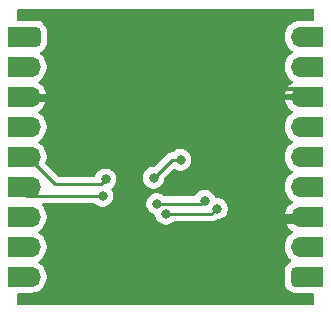
<source format=gbl>
G04 #@! TF.GenerationSoftware,KiCad,Pcbnew,9.0.4*
G04 #@! TF.CreationDate,2025-11-10T08:14:31+01:00*
G04 #@! TF.ProjectId,CodecModule,436f6465-634d-46f6-9475-6c652e6b6963,rev?*
G04 #@! TF.SameCoordinates,Original*
G04 #@! TF.FileFunction,Copper,L2,Bot*
G04 #@! TF.FilePolarity,Positive*
%FSLAX46Y46*%
G04 Gerber Fmt 4.6, Leading zero omitted, Abs format (unit mm)*
G04 Created by KiCad (PCBNEW 9.0.4) date 2025-11-10 08:14:31*
%MOMM*%
%LPD*%
G01*
G04 APERTURE LIST*
G04 Aperture macros list*
%AMRoundRect*
0 Rectangle with rounded corners*
0 $1 Rounding radius*
0 $2 $3 $4 $5 $6 $7 $8 $9 X,Y pos of 4 corners*
0 Add a 4 corners polygon primitive as box body*
4,1,4,$2,$3,$4,$5,$6,$7,$8,$9,$2,$3,0*
0 Add four circle primitives for the rounded corners*
1,1,$1+$1,$2,$3*
1,1,$1+$1,$4,$5*
1,1,$1+$1,$6,$7*
1,1,$1+$1,$8,$9*
0 Add four rect primitives between the rounded corners*
20,1,$1+$1,$2,$3,$4,$5,0*
20,1,$1+$1,$4,$5,$6,$7,0*
20,1,$1+$1,$6,$7,$8,$9,0*
20,1,$1+$1,$8,$9,$2,$3,0*%
G04 Aperture macros list end*
G04 #@! TA.AperFunction,ComponentPad*
%ADD10R,1.700000X1.700000*%
G04 #@! TD*
G04 #@! TA.AperFunction,ComponentPad*
%ADD11RoundRect,0.425000X-0.425000X-0.425000X0.425000X-0.425000X0.425000X0.425000X-0.425000X0.425000X0*%
G04 #@! TD*
G04 #@! TA.AperFunction,ComponentPad*
%ADD12O,1.700000X1.700000*%
G04 #@! TD*
G04 #@! TA.AperFunction,ComponentPad*
%ADD13RoundRect,0.425000X0.425000X0.425000X-0.425000X0.425000X-0.425000X-0.425000X0.425000X-0.425000X0*%
G04 #@! TD*
G04 #@! TA.AperFunction,ViaPad*
%ADD14C,0.800000*%
G04 #@! TD*
G04 #@! TA.AperFunction,Conductor*
%ADD15C,0.350000*%
G04 #@! TD*
G04 #@! TA.AperFunction,Conductor*
%ADD16C,0.250000*%
G04 #@! TD*
G04 APERTURE END LIST*
D10*
X25600000Y-27940000D03*
D11*
X26670000Y-27940000D03*
D10*
X25600000Y-30480000D03*
D12*
X26670000Y-30480000D03*
D10*
X25600000Y-33020000D03*
D12*
X26670000Y-33020000D03*
D10*
X25600000Y-35560000D03*
D12*
X26670000Y-35560000D03*
D10*
X25600000Y-38100000D03*
D12*
X26670000Y-38100000D03*
D10*
X25600000Y-40640000D03*
D12*
X26670000Y-40640000D03*
D10*
X25600000Y-43180000D03*
D12*
X26670000Y-43180000D03*
D10*
X25600000Y-45720000D03*
D12*
X26670000Y-45720000D03*
D10*
X25600000Y-48260000D03*
D12*
X26670000Y-48260000D03*
D10*
X50600000Y-48260000D03*
D13*
X49530000Y-48260000D03*
D10*
X50600000Y-45720000D03*
D12*
X49530000Y-45720000D03*
D10*
X50600000Y-43180000D03*
D12*
X49530000Y-43180000D03*
D10*
X50600000Y-40640000D03*
D12*
X49530000Y-40640000D03*
D10*
X50600000Y-38100000D03*
D12*
X49530000Y-38100000D03*
D10*
X50600000Y-35560000D03*
D12*
X49530000Y-35560000D03*
D10*
X50600000Y-33020000D03*
D12*
X49530000Y-33020000D03*
D10*
X50600000Y-30480000D03*
D12*
X49530000Y-30480000D03*
D10*
X50600000Y-27940000D03*
D12*
X49530000Y-27940000D03*
D14*
X45974000Y-39497000D03*
X42417997Y-48895003D03*
X31750000Y-48895000D03*
X32258000Y-47244000D03*
X29845000Y-33020000D03*
X33020000Y-38735000D03*
X30480000Y-39279990D03*
X39116000Y-48895000D03*
X37103498Y-48356773D03*
X33867870Y-48394373D03*
X47153990Y-32381726D03*
X28579660Y-47239340D03*
X42454990Y-42497014D03*
X38136992Y-42926000D03*
X37379505Y-42083205D03*
X41404869Y-41801980D03*
X32766000Y-41402000D03*
X33020000Y-40005000D03*
X37084000Y-39878000D03*
X39370000Y-38354000D03*
D15*
X47840000Y-43522000D02*
X47958000Y-43640000D01*
X47958000Y-43640000D02*
X50274990Y-43640000D01*
X47840000Y-41184000D02*
X47840000Y-43522000D01*
X28989315Y-33310000D02*
X25925010Y-33310000D01*
X50274990Y-33401000D02*
X49255716Y-32381726D01*
X47719675Y-32381726D02*
X47153990Y-32381726D01*
X49255716Y-32381726D02*
X47719675Y-32381726D01*
X29845000Y-33020000D02*
X29279315Y-33020000D01*
X29279315Y-33020000D02*
X28989315Y-33310000D01*
D16*
X42054991Y-42897013D02*
X42454990Y-42497014D01*
X38136992Y-42926000D02*
X42026004Y-42926000D01*
X42026004Y-42926000D02*
X42054991Y-42897013D01*
X41123644Y-42083205D02*
X41404869Y-41801980D01*
X37379505Y-42083205D02*
X41123644Y-42083205D01*
X32766000Y-41402000D02*
X26347010Y-41402000D01*
X26347010Y-41402000D02*
X25875010Y-40930000D01*
X33020000Y-40005000D02*
X32620001Y-40404999D01*
X26416000Y-38100000D02*
X25875010Y-38100000D01*
X32620001Y-40404999D02*
X28720999Y-40404999D01*
X28720999Y-40404999D02*
X26416000Y-38100000D01*
X38804315Y-38354000D02*
X39370000Y-38354000D01*
X37084000Y-39878000D02*
X38608000Y-38354000D01*
X38608000Y-38354000D02*
X38804315Y-38354000D01*
G04 #@! TA.AperFunction,Conductor*
G36*
X50591621Y-25570502D02*
G01*
X50638114Y-25624158D01*
X50649500Y-25676500D01*
X50649500Y-26455500D01*
X50629498Y-26523621D01*
X50575842Y-26570114D01*
X50523500Y-26581500D01*
X49701362Y-26581500D01*
X49701357Y-26581500D01*
X49701345Y-26581501D01*
X49679615Y-26583837D01*
X49646444Y-26583009D01*
X49644553Y-26582709D01*
X49636916Y-26581500D01*
X49423084Y-26581500D01*
X49211884Y-26614951D01*
X49211878Y-26614952D01*
X49008521Y-26681026D01*
X49008515Y-26681029D01*
X48817987Y-26778108D01*
X48644993Y-26903796D01*
X48644990Y-26903798D01*
X48493798Y-27054990D01*
X48493796Y-27054993D01*
X48368108Y-27227987D01*
X48271029Y-27418515D01*
X48271026Y-27418521D01*
X48204952Y-27621878D01*
X48204951Y-27621883D01*
X48204951Y-27621884D01*
X48171500Y-27833084D01*
X48171500Y-28046916D01*
X48204951Y-28258116D01*
X48204952Y-28258121D01*
X48260908Y-28430337D01*
X48271028Y-28461483D01*
X48368106Y-28652009D01*
X48493794Y-28825004D01*
X48493796Y-28825006D01*
X48493798Y-28825009D01*
X48644990Y-28976201D01*
X48644993Y-28976203D01*
X48644996Y-28976206D01*
X48817991Y-29101894D01*
X48817996Y-29101896D01*
X48819088Y-29102566D01*
X48819418Y-29102931D01*
X48821996Y-29104804D01*
X48821602Y-29105345D01*
X48866721Y-29155213D01*
X48878328Y-29225255D01*
X48850226Y-29290453D01*
X48821870Y-29315023D01*
X48821996Y-29315196D01*
X48819982Y-29316658D01*
X48819088Y-29317434D01*
X48817987Y-29318108D01*
X48644993Y-29443796D01*
X48644990Y-29443798D01*
X48493798Y-29594990D01*
X48493796Y-29594993D01*
X48368108Y-29767987D01*
X48271029Y-29958515D01*
X48271026Y-29958521D01*
X48204952Y-30161878D01*
X48204951Y-30161883D01*
X48204951Y-30161884D01*
X48171500Y-30373084D01*
X48171500Y-30586916D01*
X48204951Y-30798116D01*
X48204952Y-30798121D01*
X48271026Y-31001478D01*
X48271028Y-31001483D01*
X48368106Y-31192009D01*
X48493794Y-31365004D01*
X48493796Y-31365006D01*
X48493798Y-31365009D01*
X48644990Y-31516201D01*
X48644993Y-31516203D01*
X48644996Y-31516206D01*
X48817991Y-31641894D01*
X48818001Y-31641899D01*
X48819567Y-31642859D01*
X48820042Y-31643384D01*
X48821996Y-31644804D01*
X48821697Y-31645214D01*
X48867200Y-31695505D01*
X48878808Y-31765546D01*
X48850707Y-31830745D01*
X48822157Y-31855485D01*
X48822258Y-31855624D01*
X48820644Y-31856796D01*
X48819574Y-31857724D01*
X48818255Y-31858532D01*
X48645320Y-31984177D01*
X48494177Y-32135320D01*
X48368536Y-32308249D01*
X48271493Y-32498707D01*
X48271490Y-32498713D01*
X48205440Y-32701995D01*
X48195302Y-32766000D01*
X49099297Y-32766000D01*
X49064075Y-32827007D01*
X49030000Y-32954174D01*
X49030000Y-33085826D01*
X49064075Y-33212993D01*
X49099297Y-33274000D01*
X48195302Y-33274000D01*
X48205440Y-33338004D01*
X48271490Y-33541286D01*
X48271493Y-33541292D01*
X48368536Y-33731750D01*
X48494177Y-33904679D01*
X48645320Y-34055822D01*
X48818244Y-34181460D01*
X48819560Y-34182266D01*
X48819955Y-34182703D01*
X48822258Y-34184376D01*
X48821906Y-34184859D01*
X48867196Y-34234910D01*
X48878809Y-34304950D01*
X48850712Y-34370150D01*
X48821925Y-34395098D01*
X48821996Y-34395196D01*
X48820862Y-34396019D01*
X48819580Y-34397131D01*
X48817998Y-34398100D01*
X48644993Y-34523796D01*
X48644990Y-34523798D01*
X48493798Y-34674990D01*
X48493796Y-34674993D01*
X48368108Y-34847987D01*
X48271029Y-35038515D01*
X48271026Y-35038521D01*
X48204952Y-35241878D01*
X48204951Y-35241883D01*
X48204951Y-35241884D01*
X48171500Y-35453084D01*
X48171500Y-35666916D01*
X48204951Y-35878116D01*
X48204952Y-35878121D01*
X48271026Y-36081478D01*
X48271028Y-36081483D01*
X48368106Y-36272009D01*
X48493794Y-36445004D01*
X48493796Y-36445006D01*
X48493798Y-36445009D01*
X48644990Y-36596201D01*
X48644993Y-36596203D01*
X48644996Y-36596206D01*
X48817991Y-36721894D01*
X48817996Y-36721896D01*
X48819088Y-36722566D01*
X48819418Y-36722931D01*
X48821996Y-36724804D01*
X48821602Y-36725345D01*
X48866721Y-36775213D01*
X48878328Y-36845255D01*
X48850226Y-36910453D01*
X48821870Y-36935023D01*
X48821996Y-36935196D01*
X48819982Y-36936658D01*
X48819088Y-36937434D01*
X48817987Y-36938108D01*
X48644993Y-37063796D01*
X48644990Y-37063798D01*
X48493798Y-37214990D01*
X48493796Y-37214993D01*
X48368108Y-37387987D01*
X48271029Y-37578515D01*
X48271026Y-37578521D01*
X48204952Y-37781878D01*
X48204951Y-37781883D01*
X48204951Y-37781884D01*
X48171500Y-37993084D01*
X48171500Y-38206916D01*
X48180624Y-38264521D01*
X48204952Y-38418121D01*
X48271026Y-38621478D01*
X48271028Y-38621483D01*
X48368106Y-38812009D01*
X48493794Y-38985004D01*
X48493796Y-38985006D01*
X48493798Y-38985009D01*
X48644990Y-39136201D01*
X48644993Y-39136203D01*
X48644996Y-39136206D01*
X48817991Y-39261894D01*
X48817996Y-39261896D01*
X48819088Y-39262566D01*
X48819418Y-39262931D01*
X48821996Y-39264804D01*
X48821602Y-39265345D01*
X48866721Y-39315213D01*
X48878328Y-39385255D01*
X48850226Y-39450453D01*
X48821870Y-39475023D01*
X48821996Y-39475196D01*
X48819982Y-39476658D01*
X48819088Y-39477434D01*
X48817987Y-39478108D01*
X48644993Y-39603796D01*
X48644990Y-39603798D01*
X48493798Y-39754990D01*
X48493796Y-39754993D01*
X48368108Y-39927987D01*
X48271029Y-40118515D01*
X48271026Y-40118521D01*
X48204952Y-40321878D01*
X48204951Y-40321883D01*
X48204951Y-40321884D01*
X48171500Y-40533084D01*
X48171500Y-40746916D01*
X48204951Y-40958116D01*
X48204952Y-40958121D01*
X48263073Y-41137000D01*
X48271028Y-41161483D01*
X48368106Y-41352009D01*
X48493794Y-41525004D01*
X48493796Y-41525006D01*
X48493798Y-41525009D01*
X48644990Y-41676201D01*
X48644993Y-41676203D01*
X48644996Y-41676206D01*
X48817991Y-41801894D01*
X48818001Y-41801899D01*
X48819567Y-41802859D01*
X48820042Y-41803384D01*
X48821996Y-41804804D01*
X48821697Y-41805214D01*
X48867200Y-41855505D01*
X48878808Y-41925546D01*
X48850707Y-41990745D01*
X48822157Y-42015485D01*
X48822258Y-42015624D01*
X48820644Y-42016796D01*
X48819574Y-42017724D01*
X48818255Y-42018532D01*
X48645320Y-42144177D01*
X48494177Y-42295320D01*
X48368536Y-42468249D01*
X48271493Y-42658707D01*
X48271490Y-42658713D01*
X48205440Y-42861995D01*
X48195302Y-42926000D01*
X49099297Y-42926000D01*
X49064075Y-42987007D01*
X49030000Y-43114174D01*
X49030000Y-43245826D01*
X49064075Y-43372993D01*
X49099297Y-43434000D01*
X48195302Y-43434000D01*
X48205440Y-43498004D01*
X48271490Y-43701286D01*
X48271493Y-43701292D01*
X48368536Y-43891750D01*
X48494177Y-44064679D01*
X48645320Y-44215822D01*
X48818244Y-44341460D01*
X48819560Y-44342266D01*
X48819955Y-44342703D01*
X48822258Y-44344376D01*
X48821906Y-44344859D01*
X48867196Y-44394910D01*
X48878809Y-44464950D01*
X48850712Y-44530150D01*
X48821925Y-44555098D01*
X48821996Y-44555196D01*
X48820862Y-44556019D01*
X48819580Y-44557131D01*
X48817998Y-44558100D01*
X48644993Y-44683796D01*
X48644990Y-44683798D01*
X48493798Y-44834990D01*
X48493796Y-44834993D01*
X48368108Y-45007987D01*
X48271029Y-45198515D01*
X48271026Y-45198521D01*
X48204952Y-45401878D01*
X48204951Y-45401883D01*
X48204951Y-45401884D01*
X48171500Y-45613084D01*
X48171500Y-45826916D01*
X48204951Y-46038116D01*
X48204952Y-46038121D01*
X48271026Y-46241478D01*
X48271028Y-46241483D01*
X48368106Y-46432009D01*
X48493794Y-46605004D01*
X48493796Y-46605006D01*
X48493798Y-46605009D01*
X48644990Y-46756201D01*
X48644993Y-46756203D01*
X48644996Y-46756206D01*
X48693434Y-46791398D01*
X48736788Y-46847620D01*
X48742863Y-46918356D01*
X48709732Y-46981148D01*
X48676577Y-47005600D01*
X48593784Y-47047785D01*
X48593771Y-47047793D01*
X48441279Y-47171279D01*
X48317793Y-47323771D01*
X48317788Y-47323780D01*
X48228701Y-47498622D01*
X48215474Y-47547987D01*
X48177914Y-47688164D01*
X48173951Y-47738521D01*
X48171500Y-47769666D01*
X48171500Y-48750335D01*
X48177913Y-48831834D01*
X48177914Y-48831836D01*
X48228702Y-49021379D01*
X48291694Y-49145006D01*
X48317788Y-49196219D01*
X48317793Y-49196228D01*
X48441279Y-49348720D01*
X48593771Y-49472206D01*
X48593776Y-49472209D01*
X48593779Y-49472211D01*
X48768621Y-49561298D01*
X48958164Y-49612086D01*
X49039663Y-49618500D01*
X49696876Y-49618499D01*
X49696904Y-49618500D01*
X49701362Y-49618500D01*
X50523500Y-49618500D01*
X50591621Y-49638502D01*
X50638114Y-49692158D01*
X50649500Y-49744500D01*
X50649500Y-50523500D01*
X50629498Y-50591621D01*
X50575842Y-50638114D01*
X50523500Y-50649500D01*
X25676500Y-50649500D01*
X25608379Y-50629498D01*
X25561886Y-50575842D01*
X25550500Y-50523500D01*
X25550500Y-49744500D01*
X25570502Y-49676379D01*
X25624158Y-49629886D01*
X25676500Y-49618500D01*
X26498636Y-49618500D01*
X26498638Y-49618500D01*
X26520379Y-49616162D01*
X26553564Y-49616991D01*
X26563084Y-49618500D01*
X26563089Y-49618500D01*
X26776913Y-49618500D01*
X26776916Y-49618500D01*
X26988116Y-49585049D01*
X27191483Y-49518972D01*
X27382009Y-49421894D01*
X27555004Y-49296206D01*
X27706206Y-49145004D01*
X27831894Y-48972009D01*
X27928972Y-48781483D01*
X27995049Y-48578116D01*
X28028500Y-48366916D01*
X28028500Y-48153084D01*
X27995049Y-47941884D01*
X27928972Y-47738517D01*
X27831894Y-47547991D01*
X27706206Y-47374996D01*
X27706203Y-47374993D01*
X27706201Y-47374990D01*
X27555009Y-47223798D01*
X27555006Y-47223796D01*
X27555004Y-47223794D01*
X27382009Y-47098106D01*
X27382007Y-47098105D01*
X27380920Y-47097439D01*
X27380591Y-47097075D01*
X27378004Y-47095196D01*
X27378398Y-47094652D01*
X27333283Y-47044796D01*
X27321670Y-46974756D01*
X27349766Y-46909555D01*
X27378130Y-46884978D01*
X27378004Y-46884804D01*
X27380030Y-46883331D01*
X27380920Y-46882561D01*
X27381997Y-46881899D01*
X27382009Y-46881894D01*
X27555004Y-46756206D01*
X27706206Y-46605004D01*
X27831894Y-46432009D01*
X27928972Y-46241483D01*
X27995049Y-46038116D01*
X28028500Y-45826916D01*
X28028500Y-45613084D01*
X27995049Y-45401884D01*
X27928972Y-45198517D01*
X27831894Y-45007991D01*
X27706206Y-44834996D01*
X27706203Y-44834993D01*
X27706201Y-44834990D01*
X27555009Y-44683798D01*
X27555006Y-44683796D01*
X27555004Y-44683794D01*
X27382009Y-44558106D01*
X27382007Y-44558105D01*
X27380920Y-44557439D01*
X27380591Y-44557075D01*
X27378004Y-44555196D01*
X27378398Y-44554652D01*
X27333283Y-44504796D01*
X27321670Y-44434756D01*
X27349766Y-44369555D01*
X27378130Y-44344978D01*
X27378004Y-44344804D01*
X27380030Y-44343331D01*
X27380920Y-44342561D01*
X27381997Y-44341899D01*
X27382009Y-44341894D01*
X27555004Y-44216206D01*
X27706206Y-44065004D01*
X27831894Y-43892009D01*
X27928972Y-43701483D01*
X27995049Y-43498116D01*
X28028500Y-43286916D01*
X28028500Y-43073084D01*
X27995049Y-42861884D01*
X27928972Y-42658517D01*
X27831894Y-42467991D01*
X27706206Y-42294996D01*
X27706203Y-42294993D01*
X27706201Y-42294990D01*
X27661806Y-42250595D01*
X27627780Y-42188283D01*
X27632845Y-42117468D01*
X27675392Y-42060632D01*
X27741912Y-42035821D01*
X27750901Y-42035500D01*
X32062497Y-42035500D01*
X32130618Y-42055502D01*
X32151592Y-42072405D01*
X32186865Y-42107678D01*
X32335664Y-42207102D01*
X32501000Y-42275587D01*
X32676521Y-42310500D01*
X32676522Y-42310500D01*
X32855478Y-42310500D01*
X32855479Y-42310500D01*
X33031000Y-42275587D01*
X33196336Y-42207102D01*
X33345135Y-42107678D01*
X33459090Y-41993723D01*
X36471005Y-41993723D01*
X36471005Y-42172686D01*
X36482806Y-42232014D01*
X36505918Y-42348205D01*
X36574403Y-42513541D01*
X36673827Y-42662340D01*
X36800370Y-42788883D01*
X36949169Y-42888307D01*
X37114505Y-42956792D01*
X37138459Y-42961556D01*
X37201368Y-42994463D01*
X37236501Y-43056157D01*
X37237457Y-43060553D01*
X37240560Y-43076151D01*
X37263405Y-43191000D01*
X37331890Y-43356336D01*
X37431314Y-43505135D01*
X37557857Y-43631678D01*
X37706656Y-43731102D01*
X37871992Y-43799587D01*
X38047513Y-43834500D01*
X38047514Y-43834500D01*
X38226470Y-43834500D01*
X38226471Y-43834500D01*
X38401992Y-43799587D01*
X38567328Y-43731102D01*
X38716127Y-43631678D01*
X38751400Y-43596405D01*
X38813712Y-43562379D01*
X38840495Y-43559500D01*
X42088397Y-43559500D01*
X42088398Y-43559500D01*
X42210789Y-43535155D01*
X42326079Y-43487400D01*
X42405998Y-43434000D01*
X42416850Y-43426749D01*
X42484603Y-43405534D01*
X42486852Y-43405514D01*
X42544468Y-43405514D01*
X42544469Y-43405514D01*
X42719990Y-43370601D01*
X42885326Y-43302116D01*
X43034125Y-43202692D01*
X43160668Y-43076149D01*
X43260092Y-42927350D01*
X43328577Y-42762014D01*
X43363490Y-42586493D01*
X43363490Y-42407535D01*
X43328577Y-42232014D01*
X43260092Y-42066678D01*
X43160668Y-41917879D01*
X43034125Y-41791336D01*
X42885326Y-41691912D01*
X42768419Y-41643487D01*
X42719993Y-41623428D01*
X42719991Y-41623427D01*
X42719990Y-41623427D01*
X42631635Y-41605852D01*
X42544471Y-41588514D01*
X42544469Y-41588514D01*
X42383993Y-41588514D01*
X42315872Y-41568512D01*
X42269379Y-41514856D01*
X42267584Y-41510733D01*
X42264823Y-41504067D01*
X42209971Y-41371644D01*
X42110547Y-41222845D01*
X41984004Y-41096302D01*
X41835205Y-40996878D01*
X41718298Y-40948453D01*
X41669872Y-40928394D01*
X41669870Y-40928393D01*
X41669869Y-40928393D01*
X41572112Y-40908948D01*
X41494350Y-40893480D01*
X41494348Y-40893480D01*
X41315390Y-40893480D01*
X41315387Y-40893480D01*
X41184640Y-40919487D01*
X41139869Y-40928393D01*
X41139868Y-40928393D01*
X41139865Y-40928394D01*
X40974531Y-40996879D01*
X40825738Y-41096299D01*
X40825731Y-41096304D01*
X40699193Y-41222842D01*
X40699188Y-41222849D01*
X40599768Y-41371641D01*
X40599768Y-41371642D01*
X40599767Y-41371644D01*
X40599653Y-41371917D01*
X40599556Y-41372038D01*
X40596848Y-41377105D01*
X40595887Y-41376591D01*
X40555110Y-41427199D01*
X40487748Y-41449624D01*
X40483243Y-41449705D01*
X38083008Y-41449705D01*
X38014887Y-41429703D01*
X37993913Y-41412800D01*
X37958642Y-41377529D01*
X37958640Y-41377527D01*
X37809841Y-41278103D01*
X37676430Y-41222842D01*
X37644508Y-41209619D01*
X37644506Y-41209618D01*
X37644505Y-41209618D01*
X37556150Y-41192043D01*
X37468986Y-41174705D01*
X37468984Y-41174705D01*
X37290026Y-41174705D01*
X37290023Y-41174705D01*
X37159276Y-41200712D01*
X37114505Y-41209618D01*
X37114504Y-41209618D01*
X37114501Y-41209619D01*
X36949167Y-41278104D01*
X36800374Y-41377524D01*
X36800367Y-41377529D01*
X36673829Y-41504067D01*
X36673824Y-41504074D01*
X36594075Y-41623428D01*
X36574403Y-41652869D01*
X36564738Y-41676203D01*
X36505919Y-41818201D01*
X36505918Y-41818204D01*
X36505918Y-41818205D01*
X36498945Y-41853261D01*
X36471005Y-41993723D01*
X33459090Y-41993723D01*
X33471678Y-41981135D01*
X33571102Y-41832336D01*
X33639587Y-41667000D01*
X33674500Y-41491479D01*
X33674500Y-41312521D01*
X33639587Y-41137000D01*
X33571102Y-40971664D01*
X33529195Y-40908946D01*
X33507981Y-40841195D01*
X33526764Y-40772728D01*
X33563957Y-40734182D01*
X33599135Y-40710678D01*
X33725678Y-40584135D01*
X33825102Y-40435336D01*
X33893587Y-40270000D01*
X33928500Y-40094479D01*
X33928500Y-39915521D01*
X33903238Y-39788518D01*
X36175500Y-39788518D01*
X36175500Y-39788521D01*
X36175500Y-39967479D01*
X36210413Y-40143000D01*
X36278898Y-40308336D01*
X36378322Y-40457135D01*
X36504865Y-40583678D01*
X36653664Y-40683102D01*
X36819000Y-40751587D01*
X36994521Y-40786500D01*
X36994522Y-40786500D01*
X37173478Y-40786500D01*
X37173479Y-40786500D01*
X37349000Y-40751587D01*
X37514336Y-40683102D01*
X37663135Y-40583678D01*
X37789678Y-40457135D01*
X37889102Y-40308336D01*
X37957587Y-40143000D01*
X37992500Y-39967479D01*
X37992500Y-39917594D01*
X38012502Y-39849473D01*
X38029405Y-39828499D01*
X38722159Y-39135745D01*
X38784471Y-39101719D01*
X38855286Y-39106784D01*
X38881255Y-39120074D01*
X38939664Y-39159102D01*
X39105000Y-39227587D01*
X39280521Y-39262500D01*
X39280522Y-39262500D01*
X39459478Y-39262500D01*
X39459479Y-39262500D01*
X39635000Y-39227587D01*
X39800336Y-39159102D01*
X39949135Y-39059678D01*
X40075678Y-38933135D01*
X40175102Y-38784336D01*
X40243587Y-38619000D01*
X40278500Y-38443479D01*
X40278500Y-38264521D01*
X40243587Y-38089000D01*
X40175102Y-37923664D01*
X40075678Y-37774865D01*
X39949135Y-37648322D01*
X39800336Y-37548898D01*
X39683429Y-37500473D01*
X39635003Y-37480414D01*
X39635001Y-37480413D01*
X39635000Y-37480413D01*
X39546645Y-37462838D01*
X39459481Y-37445500D01*
X39459479Y-37445500D01*
X39280521Y-37445500D01*
X39280518Y-37445500D01*
X39149771Y-37471507D01*
X39105000Y-37480413D01*
X39104999Y-37480413D01*
X39104996Y-37480414D01*
X38939662Y-37548899D01*
X38790869Y-37648319D01*
X38790862Y-37648324D01*
X38755592Y-37683595D01*
X38693280Y-37717621D01*
X38666497Y-37720500D01*
X38545603Y-37720500D01*
X38454432Y-37738635D01*
X38423215Y-37744845D01*
X38423214Y-37744845D01*
X38423211Y-37744846D01*
X38333796Y-37781884D01*
X38333796Y-37781883D01*
X38307930Y-37792597D01*
X38307925Y-37792599D01*
X38204171Y-37861926D01*
X38204164Y-37861931D01*
X37133501Y-38932595D01*
X37071189Y-38966621D01*
X37044406Y-38969500D01*
X36994518Y-38969500D01*
X36863771Y-38995507D01*
X36819000Y-39004413D01*
X36818999Y-39004413D01*
X36818996Y-39004414D01*
X36653662Y-39072899D01*
X36504869Y-39172319D01*
X36504862Y-39172324D01*
X36378324Y-39298862D01*
X36378319Y-39298869D01*
X36278899Y-39447662D01*
X36210414Y-39612996D01*
X36175500Y-39788518D01*
X33903238Y-39788518D01*
X33893587Y-39740000D01*
X33825102Y-39574664D01*
X33725678Y-39425865D01*
X33599135Y-39299322D01*
X33450336Y-39199898D01*
X33333429Y-39151473D01*
X33285003Y-39131414D01*
X33285001Y-39131413D01*
X33285000Y-39131413D01*
X33161181Y-39106784D01*
X33109481Y-39096500D01*
X33109479Y-39096500D01*
X32930521Y-39096500D01*
X32930518Y-39096500D01*
X32812000Y-39120075D01*
X32755000Y-39131413D01*
X32754999Y-39131413D01*
X32754996Y-39131414D01*
X32589662Y-39199899D01*
X32440869Y-39299319D01*
X32440862Y-39299324D01*
X32314324Y-39425862D01*
X32314319Y-39425869D01*
X32214899Y-39574662D01*
X32165584Y-39693718D01*
X32121035Y-39748998D01*
X32053672Y-39771419D01*
X32049175Y-39771499D01*
X29035593Y-39771499D01*
X28967472Y-39751497D01*
X28946498Y-39734594D01*
X27960128Y-38748224D01*
X27926102Y-38685912D01*
X27929389Y-38620197D01*
X27995049Y-38418116D01*
X28028500Y-38206916D01*
X28028500Y-37993084D01*
X27995049Y-37781884D01*
X27928972Y-37578517D01*
X27831894Y-37387991D01*
X27706206Y-37214996D01*
X27706203Y-37214993D01*
X27706201Y-37214990D01*
X27555009Y-37063798D01*
X27555006Y-37063796D01*
X27555004Y-37063794D01*
X27382009Y-36938106D01*
X27382007Y-36938105D01*
X27380920Y-36937439D01*
X27380591Y-36937075D01*
X27378004Y-36935196D01*
X27378398Y-36934652D01*
X27333283Y-36884796D01*
X27321670Y-36814756D01*
X27349766Y-36749555D01*
X27378130Y-36724978D01*
X27378004Y-36724804D01*
X27380030Y-36723331D01*
X27380920Y-36722561D01*
X27381997Y-36721899D01*
X27382009Y-36721894D01*
X27555004Y-36596206D01*
X27706206Y-36445004D01*
X27831894Y-36272009D01*
X27928972Y-36081483D01*
X27995049Y-35878116D01*
X28028500Y-35666916D01*
X28028500Y-35453084D01*
X27995049Y-35241884D01*
X27928972Y-35038517D01*
X27831894Y-34847991D01*
X27706206Y-34674996D01*
X27706203Y-34674993D01*
X27706201Y-34674990D01*
X27555009Y-34523798D01*
X27555006Y-34523796D01*
X27555004Y-34523794D01*
X27472424Y-34463796D01*
X27382006Y-34398103D01*
X27380427Y-34397136D01*
X27379952Y-34396611D01*
X27378004Y-34395196D01*
X27378301Y-34394786D01*
X27332797Y-34344488D01*
X27321191Y-34274446D01*
X27349296Y-34209249D01*
X27377844Y-34184516D01*
X27377742Y-34184376D01*
X27379382Y-34183184D01*
X27380448Y-34182261D01*
X27381754Y-34181460D01*
X27554679Y-34055822D01*
X27705822Y-33904679D01*
X27831463Y-33731750D01*
X27928506Y-33541292D01*
X27928509Y-33541286D01*
X27994559Y-33338004D01*
X28004698Y-33274000D01*
X27100703Y-33274000D01*
X27135925Y-33212993D01*
X27170000Y-33085826D01*
X27170000Y-32954174D01*
X27135925Y-32827007D01*
X27100703Y-32766000D01*
X28004697Y-32766000D01*
X27994559Y-32701995D01*
X27928509Y-32498713D01*
X27928506Y-32498707D01*
X27831463Y-32308249D01*
X27705822Y-32135320D01*
X27554679Y-31984177D01*
X27381749Y-31858535D01*
X27380433Y-31857729D01*
X27380037Y-31857291D01*
X27377742Y-31855624D01*
X27378092Y-31855141D01*
X27332800Y-31805084D01*
X27321190Y-31735043D01*
X27349291Y-31669844D01*
X27378076Y-31644903D01*
X27378004Y-31644804D01*
X27379158Y-31643965D01*
X27380441Y-31642854D01*
X27381992Y-31641902D01*
X27382009Y-31641894D01*
X27555004Y-31516206D01*
X27706206Y-31365004D01*
X27831894Y-31192009D01*
X27928972Y-31001483D01*
X27995049Y-30798116D01*
X28028500Y-30586916D01*
X28028500Y-30373084D01*
X27995049Y-30161884D01*
X27928972Y-29958517D01*
X27831894Y-29767991D01*
X27706206Y-29594996D01*
X27706203Y-29594993D01*
X27706201Y-29594990D01*
X27555006Y-29443795D01*
X27506565Y-29408601D01*
X27463211Y-29352378D01*
X27457136Y-29281642D01*
X27490268Y-29218851D01*
X27523422Y-29194399D01*
X27606221Y-29152211D01*
X27606225Y-29152207D01*
X27606228Y-29152206D01*
X27758720Y-29028720D01*
X27882206Y-28876228D01*
X27882207Y-28876225D01*
X27882211Y-28876221D01*
X27971298Y-28701379D01*
X28022086Y-28511836D01*
X28028500Y-28430337D01*
X28028499Y-27449664D01*
X28022086Y-27368164D01*
X27971298Y-27178621D01*
X27882211Y-27003779D01*
X27882209Y-27003776D01*
X27882206Y-27003771D01*
X27758720Y-26851279D01*
X27606228Y-26727793D01*
X27606219Y-26727788D01*
X27431377Y-26638701D01*
X27298147Y-26603002D01*
X27241836Y-26587914D01*
X27160337Y-26581500D01*
X27160334Y-26581500D01*
X25676500Y-26581500D01*
X25608379Y-26561498D01*
X25561886Y-26507842D01*
X25550500Y-26455500D01*
X25550500Y-25676500D01*
X25570502Y-25608379D01*
X25624158Y-25561886D01*
X25676500Y-25550500D01*
X50523500Y-25550500D01*
X50591621Y-25570502D01*
G37*
G04 #@! TD.AperFunction*
M02*

</source>
